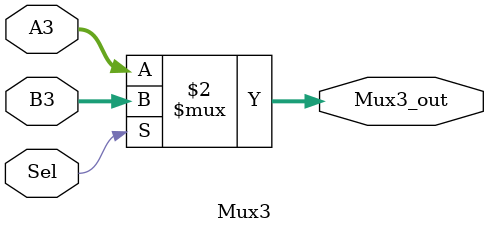
<source format=sv>
module Mux3(Sel , A3, B3, Mux3_out);
	input Sel;
	input [31:0] A3, B3;
	output [31:0] Mux3_out;
	
	assign Mux3_out = (Sel == 1'b1) ? B3: A3;
endmodule 
</source>
